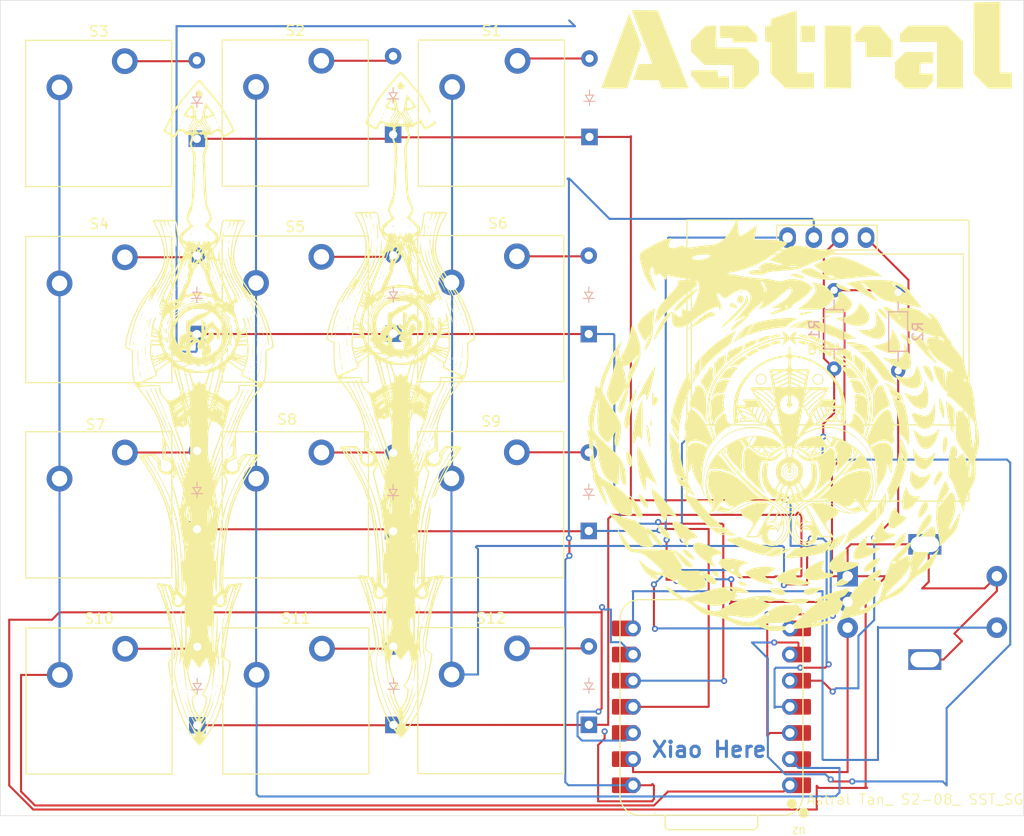
<source format=kicad_pcb>
(kicad_pcb (version 20240108) (generator "pcbnew") (generator_version "8.0")
  (layers (0 "F.Cu" signal) (31 "B.Cu" signal) (34 "B.Paste" user) (35 "F.Paste" user) (36 "B.SilkS" user "B.Silkscreen") (37 "F.SilkS" user "F.Silkscreen") (38 "B.Mask" user) (39 "F.Mask" user) (44 "Edge.Cuts" user))
  (net 0 "")
  (net 1 "Net-(D1-A)")
  (net 2 "row 1")
  (net 3 "Net-(D2-A)")
  (net 4 "Net-(D3-A)")
  (net 5 "Net-(D4-A)")
  (net 6 "row 2")
  (net 7 "Net-(D5-A)")
  (net 8 "Net-(D6-A)")
  (net 9 "row 3")
  (net 10 "Net-(D7-A)")
  (net 11 "Net-(D8-A)")
  (net 12 "Net-(D9-A)")
  (net 13 "colum 3")
  (net 14 "colum 2")
  (net 15 "colum 1")
  (net 16 "Net-(U2-GPIO1{slash}RX)")
  (net 17 "row 4")
  (net 18 "Net-(D10-A)")
  (net 19 "Net-(Brd1-SDA)")
  (net 20 "+5V")
  (net 21 "Net-(D11-A)")
  (net 22 "Net-(D12-A)")
  (net 23 "Net-(Brd1-SCL)")
  (net 24 "GND")
  (net 25 "+3.3V")
  (footprint "LOGO" (layer "F.Cu") (at 204.38 45.83)
    (property "Reference" "G***" (hide yes))
    (property "Value" "LOGO" (hide yes))
  )
  (footprint "ScottoKeebs_MX:MX_PCB_1.00u" (layer "F.Cu") (at 173.43 52.055)
    (property "Reference" "S1" (at 0 -8 0) (layer "F.SilkS"))
    (property "Value" "Keyswitch")
    (pad "" np_thru_hole circle (at -5.08 0) (size 1.75 1.75) (drill 1.75) (layers "*.Cu" "*.Mask"))
    (pad "" np_thru_hole circle (at 0 0) (size 4 4) (drill 4) (layers "*.Cu" "*.Mask"))
    (pad "" np_thru_hole circle (at 5.08 0) (size 1.75 1.75) (drill 1.75) (layers "*.Cu" "*.Mask"))
    (pad "1" thru_hole circle (at -3.81 -2.54) (size 2.5 2.5) (drill 1.5) (layers "*.Cu" "*.Mask") (net 13 "colum 3"))
    (pad "2" thru_hole circle (at 2.54 -5.08) (size 2.5 2.5) (drill 1.5) (layers "*.Cu" "*.Mask") (net 1 "Net-(D1-A)"))
  )
  (footprint "ScottoKeebs_MX:MX_PCB_1.00u" (layer "F.Cu") (at 173.37 71.05)
    (property "Reference" "S6" (at 0.69 -8.29 0) (layer "F.SilkS"))
    (property "Value" "Keyswitch")
    (pad "" np_thru_hole circle (at -5.08 0) (size 1.75 1.75) (drill 1.75) (layers "*.Cu" "*.Mask"))
    (pad "" np_thru_hole circle (at 0 0) (size 4 4) (drill 4) (layers "*.Cu" "*.Mask"))
    (pad "" np_thru_hole circle (at 5.08 0) (size 1.75 1.75) (drill 1.75) (layers "*.Cu" "*.Mask"))
    (pad "1" thru_hole circle (at -3.81 -2.54) (size 2.5 2.5) (drill 1.5) (layers "*.Cu" "*.Mask") (net 13 "colum 3"))
    (pad "2" thru_hole circle (at 2.54 -5.08) (size 2.5 2.5) (drill 1.5) (layers "*.Cu" "*.Mask") (net 8 "Net-(D6-A)"))
  )
  (footprint "ScottoKeebs_Scotto:Encoder_EC11_MX" (layer "F.Cu") (at 215.54 99.55)
    (property "Reference" "SW1" (hide yes))
    (property "Value" "RotaryEncoder_Switch_MP" (hide yes))
    (pad "A" thru_hole rect (at -7.5 -2.5) (size 2 2) (drill 1) (layers "*.Cu" "*.Mask") (net 25 "+3.3V"))
    (pad "B" thru_hole circle (at -7.5 2.5) (size 2 2) (drill 1) (layers "*.Cu" "*.Mask") (net 24 "GND"))
    (pad "C" thru_hole circle (at -7.5 0) (size 2 2) (drill 1) (layers "*.Cu" "*.Mask") (net 24 "GND"))
    (pad "MP" thru_hole rect (at 0 -5.6) (size 3.2 2) (drill oval 2.8 1.5) (layers "*.Cu" "*.Mask") (net 25 "+3.3V"))
    (pad "MP" thru_hole rect (at 0 5.6) (size 3.2 2) (drill oval 2.8 1.5) (layers "*.Cu" "*.Mask") (net 25 "+3.3V"))
    (pad "S1" thru_hole circle (at 7 2.5) (size 2 2) (drill 1) (layers "*.Cu" "*.Mask") (net 16 "Net-(U2-GPIO1{slash}RX)"))
    (pad "S2" thru_hole circle (at 7 -2.5) (size 2 2) (drill 1) (layers "*.Cu" "*.Mask") (net 25 "+3.3V"))
  )
  (footprint "ScottoKeebs_MX:MX_PCB_1.00u" (layer "F.Cu") (at 135.31 109.18)
    (property "Reference" "S10" (at 0 -8 0) (layer "F.SilkS"))
    (property "Value" "Keyswitch")
    (pad "" np_thru_hole circle (at -5.08 0) (size 1.75 1.75) (drill 1.75) (layers "*.Cu" "*.Mask"))
    (pad "" np_thru_hole circle (at 0 0) (size 4 4) (drill 4) (layers "*.Cu" "*.Mask"))
    (pad "" np_thru_hole circle (at 5.08 0) (size 1.75 1.75) (drill 1.75) (layers "*.Cu" "*.Mask"))
    (pad "1" thru_hole circle (at -3.81 -2.54) (size 2.5 2.5) (drill 1.5) (layers "*.Cu" "*.Mask") (net 15 "colum 1"))
    (pad "2" thru_hole circle (at 2.54 -5.08) (size 2.5 2.5) (drill 1.5) (layers "*.Cu" "*.Mask") (net 18 "Net-(D10-A)"))
  )
  (footprint "LOGO" (layer "F.Cu") (at 200.291672 87.438944)
    (property "Reference" "G***" (hide yes))
    (property "Value" "LOGO" (hide yes))
  )
  (footprint "ScottoKeebs_MX:MX_PCB_1.00u" (layer "F.Cu") (at 135.28 71.14)
    (property "Reference" "S4" (at 0.04 -8.33 0) (layer "F.SilkS"))
    (property "Value" "Keyswitch")
    (pad "" np_thru_hole circle (at -5.08 0) (size 1.75 1.75) (drill 1.75) (layers "*.Cu" "*.Mask"))
    (pad "" np_thru_hole circle (at 0 0) (size 4 4) (drill 4) (layers "*.Cu" "*.Mask"))
    (pad "" np_thru_hole circle (at 5.08 0) (size 1.75 1.75) (drill 1.75) (layers "*.Cu" "*.Mask"))
    (pad "1" thru_hole circle (at -3.81 -2.54) (size 2.5 2.5) (drill 1.5) (layers "*.Cu" "*.Mask") (net 15 "colum 1"))
    (pad "2" thru_hole circle (at 2.54 -5.08) (size 2.5 2.5) (drill 1.5) (layers "*.Cu" "*.Mask") (net 5 "Net-(D4-A)"))
  )
  (footprint "ScottoKeebs_MX:MX_PCB_1.00u" (layer "F.Cu") (at 173.38 109.14)
    (property "Reference" "S12" (at 0 -8 0) (layer "F.SilkS"))
    (property "Value" "Keyswitch")
    (pad "" np_thru_hole circle (at -5.08 0) (size 1.75 1.75) (drill 1.75) (layers "*.Cu" "*.Mask"))
    (pad "" np_thru_hole circle (at 0 0) (size 4 4) (drill 4) (layers "*.Cu" "*.Mask"))
    (pad "" np_thru_hole circle (at 5.08 0) (size 1.75 1.75) (drill 1.75) (layers "*.Cu" "*.Mask"))
    (pad "1" thru_hole circle (at -3.81 -2.54) (size 2.5 2.5) (drill 1.5) (layers "*.Cu" "*.Mask") (net 13 "colum 3"))
    (pad "2" thru_hole circle (at 2.54 -5.08) (size 2.5 2.5) (drill 1.5) (layers "*.Cu" "*.Mask") (net 22 "Net-(D12-A)"))
  )
  (footprint "ScottoKeebs_MX:MX_PCB_1.00u" (layer "F.Cu") (at 135.27 52.09)
    (property "Reference" "S3" (at 0.01 -7.98 0) (layer "F.SilkS"))
    (property "Value" "Keyswitch")
    (pad "" np_thru_hole circle (at -5.08 0) (size 1.75 1.75) (drill 1.75) (layers "*.Cu" "*.Mask"))
    (pad "" np_thru_hole circle (at 0 0) (size 4 4) (drill 4) (layers "*.Cu" "*.Mask"))
    (pad "" np_thru_hole circle (at 5.08 0) (size 1.75 1.75) (drill 1.75) (layers "*.Cu" "*.Mask"))
    (pad "1" thru_hole circle (at -3.81 -2.54) (size 2.5 2.5) (drill 1.5) (layers "*.Cu" "*.Mask") (net 15 "colum 1"))
    (pad "2" thru_hole circle (at 2.54 -5.08) (size 2.5 2.5) (drill 1.5) (layers "*.Cu" "*.Mask") (net 4 "Net-(D3-A)"))
  )
  (footprint "ScottoKeebs_MX:MX_PCB_1.00u" (layer "F.Cu") (at 154.37 52.05)
    (property "Reference" "S2" (at 0 -8 0) (layer "F.SilkS"))
    (property "Value" "Keyswitch")
    (pad "" np_thru_hole circle (at -5.08 0) (size 1.75 1.75) (drill 1.75) (layers "*.Cu" "*.Mask"))
    (pad "" np_thru_hole circle (at 0 0) (size 4 4) (drill 4) (layers "*.Cu" "*.Mask"))
    (pad "" np_thru_hole circle (at 5.08 0) (size 1.75 1.75) (drill 1.75) (layers "*.Cu" "*.Mask"))
    (pad "1" thru_hole circle (at -3.81 -2.54) (size 2.5 2.5) (drill 1.5) (layers "*.Cu" "*.Mask") (net 14 "colum 2"))
    (pad "2" thru_hole circle (at 2.54 -5.08) (size 2.5 2.5) (drill 1.5) (layers "*.Cu" "*.Mask") (net 3 "Net-(D2-A)"))
  )
  (footprint "ScottoKeebs_MX:MX_PCB_1.00u" (layer "F.Cu") (at 154.38 90.11)
    (property "Reference" "S8" (at -0.81 -8.28 0) (layer "F.SilkS"))
    (property "Value" "Keyswitch")
    (pad "" np_thru_hole circle (at -5.08 0) (size 1.75 1.75) (drill 1.75) (layers "*.Cu" "*.Mask"))
    (pad "" np_thru_hole circle (at 0 0) (size 4 4) (drill 4) (layers "*.Cu" "*.Mask"))
    (pad "" np_thru_hole circle (at 5.08 0) (size 1.75 1.75) (drill 1.75) (layers "*.Cu" "*.Mask"))
    (pad "1" thru_hole circle (at -3.81 -2.54) (size 2.5 2.5) (drill 1.5) (layers "*.Cu" "*.Mask") (net 14 "colum 2"))
    (pad "2" thru_hole circle (at 2.54 -5.08) (size 2.5 2.5) (drill 1.5) (layers "*.Cu" "*.Mask") (net 11 "Net-(D8-A)"))
  )
  (footprint "LOGO" (layer "F.Cu") (at 144.98 81.71 180)
    (property "Reference" "G***" (at 0 0 0) (layer "F.SilkS") (effects (font (size 1.5 1.5) (thickness 0.3))))
    (property "Value" "LOGO" (hide yes))
  )
  (footprint "ScottoKeebs_MX:MX_PCB_1.00u" (layer "F.Cu") (at 154.37 71.1)
    (property "Reference" "S5" (at 0 -8 0) (layer "F.SilkS"))
    (property "Value" "Keyswitch")
    (pad "" np_thru_hole circle (at -5.08 0) (size 1.75 1.75) (drill 1.75) (layers "*.Cu" "*.Mask"))
    (pad "" np_thru_hole circle (at 0 0) (size 4 4) (drill 4) (layers "*.Cu" "*.Mask"))
    (pad "" np_thru_hole circle (at 5.08 0) (size 1.75 1.75) (drill 1.75) (layers "*.Cu" "*.Mask"))
    (pad "1" thru_hole circle (at -3.81 -2.54) (size 2.5 2.5) (drill 1.5) (layers "*.Cu" "*.Mask") (net 14 "colum 2"))
    (pad "2" thru_hole circle (at 2.54 -5.08) (size 2.5 2.5) (drill 1.5) (layers "*.Cu" "*.Mask") (net 7 "Net-(D5-A)"))
  )
  (footprint "LOGO" (layer "F.Cu") (at 202.38 83.61)
    (property "Reference" "G***" (hide yes))
    (property "Value" "LOGO" (hide yes))
  )
  (footprint "Library 3D:XIAO-RP2040-DIP" (layer "F.Cu") (at 194.81 109.74 180)
    (property "Reference" "U2" (at -8.5 -12 180) (layer "F.SilkS") (effects (font (size 0.635 0.635) (thickness 0.1016))))
    (property "Value" "XIAO-RP2040-DIP")
    (pad "1" smd roundrect (at -8.455 -7.62) (size 2.432 1.524) (layers "F.Cu" "F.Mask") (roundrect_rratio 0.1) (net 15 "colum 1"))
    (pad "1" thru_hole circle (at -7.62 -7.62) (size 1.524 1.524) (drill 0.889) (layers "*.Cu" "*.Mask") (net 15 "colum 1"))
    (pad "2" smd roundrect (at -8.455 -5.08) (size 2.432 1.524) (layers "F.Cu" "F.Mask") (roundrect_rratio 0.1) (net 14 "colum 2"))
    (pad "2" thru_hole circle (at -7.62 -5.08) (size 1.524 1.524) (drill 0.889) (layers "*.Cu" "*.Mask") (net 14 "colum 2"))
    (pad "3" smd roundrect (at -8.455 -2.54) (size 2.432 1.524) (layers "F.Cu" "F.Mask") (roundrect_rratio 0.1) (net 13 "colum 3"))
    (pad "3" thru_hole circle (at -7.62 -2.54) (size 1.524 1.524) (drill 0.889) (layers "*.Cu" "*.Mask") (net 13 "colum 3"))
    (pad "4" smd roundrect (at -8.455 0) (size 2.432 1.524) (layers "F.Cu" "F.Mask") (roundrect_rratio 0.1) (net 2 "row 1"))
    (pad "4" thru_hole circle (at -7.62 0) (size 1.524 1.524) (drill 0.889) (layers "*.Cu" "*.Mask") (net 2 "row 1"))
    (pad "5" smd roundrect (at -8.455 2.54) (size 2.432 1.524) (layers "F.Cu" "F.Mask") (roundrect_rratio 0.1) (net 19 "Net-(Brd1-SDA)"))
    (pad "5" thru_hole circle (at -7.62 2.54) (size 1.524 1.524) (drill 0.889) (layers "*.Cu" "*.Mask") (net 19 "Net-(Brd1-SDA)"))
    (pad "6" smd roundrect (at -8.455 5.08) (size 2.432 1.524) (layers "F.Cu" "F.Mask") (roundrect_rratio 0.1) (net 23 "Net-(Brd1-SCL)"))
    (pad "6" thru_hole circle (at -7.62 5.08) (size 1.524 1.524) (drill 0.889) (layers "*.Cu" "*.Mask") (net 23 "Net-(Brd1-SCL)"))
    (pad "7" smd roundrect (at -8.455 7.62) (size 2.432 1.524) (layers "F.Cu" "F.Mask") (roundrect_rratio 0.1) (net 17 "row 4"))
    (pad "7" thru_hole circle (at -7.62 7.62) (size 1.524 1.524) (drill 0.889) (layers "*.Cu" "*.Mask") (net 17 "row 4"))
    (pad "8" thru_hole circle (at 7.62 7.62 180) (size 1.524 1.524) (drill 0.889) (layers "*.Cu" "*.Mask") (net 16 "Net-(U2-GPIO1{slash}RX)"))
    (pad "8" smd roundrect (at 8.455 7.62 180) (size 2.432 1.524) (layers "F.Cu" "F.Mask") (roundrect_rratio 0.1) (net 16 "Net-(U2-GPIO1{slash}RX)"))
    (pad "9" thru_hole circle (at 7.62 5.08 180) (size 1.524 1.524) (drill 0.889) (layers "*.Cu" "*.Mask") (net 25 "+3.3V"))
    (pad "9" smd roundrect (at 8.455 5.08 180) (size 2.432 1.524) (layers "F.Cu" "F.Mask") (roundrect_rratio 0.1) (net 25 "+3.3V"))
    (pad "10" thru_hole circle (at 7.62 2.54 180) (size 1.524 1.524) (drill 0.889) (layers "*.Cu" "*.Mask") (net 6 "row 2"))
    (pad "10" smd roundrect (at 8.455 2.54 180) (size 2.432 1.524) (layers "F.Cu" "F.Mask") (roundrect_rratio 0.1) (net 6 "row 2"))
    (pad "11" thru_hole circle (at 7.62 0 180) (size 1.524 1.524) (drill 0.889) (layers "*.Cu" "*.Mask") (net 9 "row 3"))
    (pad "11" smd roundrect (at 8.455 0 180) (size 2.432 1.524) (layers "F.Cu" "F.Mask") (roundrect_rratio 0.1) (net 9 "row 3"))
    (pad "12" thru_hole circle (at 7.62 -2.54 180) (size 1.524 1.524) (drill 0.889) (layers "*.Cu" "*.Mask") (net 25 "+3.3V"))
    (pad "12" smd roundrect (at 8.455 -2.54 180) (size 2.432 1.524) (layers "F.Cu" "F.Mask") (roundrect_rratio 0.1) (net 25 "+3.3V"))
    (pad "13" thru_hole circle (at 7.62 -5.08 180) (size 1.524 1.524) (drill 0.889) (layers "*.Cu" "*.Mask") (net 24 "GND"))
    (pad "13" smd roundrect (at 8.455 -5.08 180) (size 2.432 1.524) (layers "F.Cu" "F.Mask") (roundrect_rratio 0.1) (net 24 "GND"))
    (pad "14" thru_hole circle (at 7.62 -7.62 180) (size 1.524 1.524) (drill 0.889) (layers "*.Cu" "*.Mask") (net 20 "+5V"))
    (pad "14" smd roundrect (at 8.455 -7.62 180) (size 2.432 1.524) (layers "F.Cu" "F.Mask") (roundrect_rratio 0.1) (net 20 "+5V"))
  )
  (footprint "ScottoKeebs_MX:MX_PCB_1.00u" (layer "F.Cu") (at 135.28 90.11)
    (property "Reference" "S7" (at -0.31 -7.79 0) (layer "F.SilkS"))
    (property "Value" "Keyswitch")
    (pad "" np_thru_hole circle (at -5.08 0) (size 1.75 1.75) (drill 1.75) (layers "*.Cu" "*.Mask"))
    (pad "" np_thru_hole circle (at 0 0) (size 4 4) (drill 4) (layers "*.Cu" "*.Mask"))
    (pad "" np_thru_hole circle (at 5.08 0) (size 1.75 1.75) (drill 1.75) (layers "*.Cu" "*.Mask"))
    (pad "1" thru_hole circle (at -3.81 -2.54) (size 2.5 2.5) (drill 1.5) (layers "*.Cu" "*.Mask") (net 15 "colum 1"))
    (pad "2" thru_hole circle (at 2.54 -5.08) (size 2.5 2.5) (drill 1.5) (layers "*.Cu" "*.Mask") (net 10 "Net-(D7-A)"))
  )
  (footprint "ScottoKeebs_MX:MX_PCB_1.00u" (layer "F.Cu") (at 173.36 90.09)
    (property "Reference" "S9" (at 0.04 -8.08 0) (layer "F.SilkS"))
    (property "Value" "Keyswitch")
    (pad "" np_thru_hole circle (at -5.08 0) (size 1.75 1.75) (drill 1.75) (layers "*.Cu" "*.Mask"))
    (pad "" np_thru_hole circle (at 0 0) (size 4 4) (drill 4) (layers "*.Cu" "*.Mask"))
    (pad "" np_thru_hole circle (at 5.08 0) (size 1.75 1.75) (drill 1.75) (layers "*.Cu" "*.Mask"))
    (pad "1" thru_hole circle (at -3.81 -2.54) (size 2.5 2.5) (drill 1.5) (layers "*.Cu" "*.Mask") (net 13 "colum 3"))
    (pad "2" thru_hole circle (at 2.54 -5.08) (size 2.5 2.5) (drill 1.5) (layers "*.Cu" "*.Mask") (net 12 "Net-(D9-A)"))
  )
  (footprint "LOGO" (layer "F.Cu") (at 164.57 80.94 180)
    (property "Reference" "G***" (at 0 0 0) (layer "F.SilkS") (effects (font (size 1.5 1.5) (thickness 0.3))))
    (property "Value" "LOGO" (hide yes))
  )
  (footprint "SSD1306:128x64OLED" (layer "F.Cu") (at 205.83 74.75)
    (property "Reference" "Brd1" (at 0 0.254 0) (layer "F.SilkS"))
    (property "Value" "SSD1306")
    (pad "1" thru_hole oval (at -3.62 -10.6 90) (size 2 1.6) (drill 1) (layers "*.Cu" "*.Mask") (net 24 "GND"))
    (pad "2" thru_hole oval (at -1.08 -10.6 90) (size 2 1.6) (drill 1) (layers "*.Cu" "*.Mask") (net 20 "+5V"))
    (pad "3" thru_hole oval (at 1.46 -10.6 90) (size 2 1.6) (drill 1) (layers "*.Cu" "*.Mask") (net 23 "Net-(Brd1-SCL)"))
    (pad "4" thru_hole oval (at 4 -10.6 90) (size 2 1.6) (drill 1) (layers "*.Cu" "*.Mask") (net 19 "Net-(Brd1-SDA)"))
  )
  (footprint "ScottoKeebs_MX:MX_PCB_1.00u" (layer "F.Cu") (at 154.43 109.17)
    (property "Reference" "S11" (at 0 -8 0) (layer "F.SilkS"))
    (property "Value" "Keyswitch")
    (pad "" np_thru_hole circle (at -5.08 0) (size 1.75 1.75) (drill 1.75) (layers "*.Cu" "*.Mask"))
    (pad "" np_thru_hole circle (at 0 0) (size 4 4) (drill 4) (layers "*.Cu" "*.Mask"))
    (pad "" np_thru_hole circle (at 5.08 0) (size 1.75 1.75) (drill 1.75) (layers "*.Cu" "*.Mask"))
    (pad "1" thru_hole circle (at -3.81 -2.54) (size 2.5 2.5) (drill 1.5) (layers "*.Cu" "*.Mask") (net 14 "colum 2"))
    (pad "2" thru_hole circle (at 2.54 -5.08) (size 2.5 2.5) (drill 1.5) (layers "*.Cu" "*.Mask") (net 21 "Net-(D11-A)"))
  )
  (footprint "ScottoKeebs_Components:Diode_DO-35" (layer "B.Cu") (at 182.89 92.65 90)
    (property "Reference" "D9" (hide yes))
    (property "Value" "Diode" (hide yes))
    (pad "1" thru_hole rect (at 0 0 90) (size 1.6 1.6) (drill 0.8) (layers "*.Cu" "*.Mask") (net 9 "row 3"))
    (pad "2" thru_hole oval (at 7.62 0 90) (size 1.6 1.6) (drill 0.8) (layers "*.Cu" "*.Mask") (net 12 "Net-(D9-A)"))
  )
  (footprint "ScottoKeebs_Components:Diode_DO-35" (layer "B.Cu") (at 182.9 111.49 90)
    (property "Reference" "D12" (hide yes))
    (property "Value" "Diode" (hide yes))
    (pad "1" thru_hole rect (at 0 0 90) (size 1.6 1.6) (drill 0.8) (layers "*.Cu" "*.Mask") (net 17 "row 4"))
    (pad "2" thru_hole oval (at 7.62 0 90) (size 1.6 1.6) (drill 0.8) (layers "*.Cu" "*.Mask") (net 22 "Net-(D12-A)"))
  )
  (footprint "ScottoKeebs_Components:Diode_DO-35" (layer "B.Cu") (at 182.96 54.37 90)
    (property "Reference" "D1" (hide yes))
    (property "Value" "Diode" (hide yes))
    (pad "1" thru_hole rect (at 0 0 90) (size 1.6 1.6) (drill 0.8) (layers "*.Cu" "*.Mask") (net 2 "row 1"))
    (pad "2" thru_hole oval (at 7.62 0 90) (size 1.6 1.6) (drill 0.8) (layers "*.Cu" "*.Mask") (net 1 "Net-(D1-A)"))
  )
  (footprint "ScottoKeebs_Components:Diode_DO-35" (layer "B.Cu") (at 144.83 92.49 90)
    (property "Reference" "D7" (hide yes))
    (property "Value" "Diode" (hide yes))
    (pad "1" thru_hole rect (at 0 0 90) (size 1.6 1.6) (drill 0.8) (layers "*.Cu" "*.Mask") (net 9 "row 3"))
    (pad "2" thru_hole oval (at 7.62 0 90) (size 1.6 1.6) (drill 0.8) (layers "*.Cu" "*.Mask") (net 10 "Net-(D7-A)"))
  )
  (footprint "ScottoKeebs_Components:Diode_DO-35" (layer "B.Cu") (at 144.85 111.53 90)
    (property "Reference" "D10" (hide yes))
    (property "Value" "Diode" (hide yes))
    (pad "1" thru_hole rect (at 0 0 90) (size 1.6 1.6) (drill 0.8) (layers "*.Cu" "*.Mask") (net 17 "row 4"))
    (pad "2" thru_hole oval (at 7.62 0 90) (size 1.6 1.6) (drill 0.8) (layers "*.Cu" "*.Mask") (net 18 "Net-(D10-A)"))
  )
  (footprint "Resistor_THT:R_Axial_DIN0204_L3.6mm_D1.6mm_P7.62mm_Horizontal" (layer "B.Cu") (at 206.73 69.26 -90)
    (property "Reference" "R1" (at 3.81 1.92 90) (layer "B.SilkS") (effects (justify mirror)))
    (property "Value" "R")
    (pad "1" thru_hole circle (at 0 0 270) (size 1.4 1.4) (drill 0.7) (layers "*.Cu" "*.Mask") (net 25 "+3.3V"))
    (pad "2" thru_hole oval (at 7.62 0 270) (size 1.4 1.4) (drill 0.7) (layers "*.Cu" "*.Mask") (net 23 "Net-(Brd1-SCL)"))
  )
  (footprint "Resistor_THT:R_Axial_DIN0204_L3.6mm_D1.6mm_P7.62mm_Horizontal" (layer "B.Cu") (at 212.95 77.09 90)
    (property "Reference" "R2" (at 3.81 1.92 90) (layer "B.SilkS") (effects (justify mirror)))
    (property "Value" "R")
    (pad "1" thru_hole circle (at 0 0 90) (size 1.4 1.4) (drill 0.7) (layers "*.Cu" "*.Mask") (net 19 "Net-(Brd1-SDA)"))
    (pad "2" thru_hole oval (at 7.62 0 90) (size 1.4 1.4) (drill 0.7) (layers "*.Cu" "*.Mask") (net 25 "+3.3V"))
  )
  (footprint "ScottoKeebs_Components:Diode_DO-35" (layer "B.Cu") (at 163.91 111.5 90)
    (property "Reference" "D11" (hide yes))
    (property "Value" "Diode" (hide yes))
    (pad "1" thru_hole rect (at 0 0 90) (size 1.6 1.6) (drill 0.8) (layers "*.Cu" "*.Mask") (net 17 "row 4"))
    (pad "2" thru_hole oval (at 7.62 0 90) (size 1.6 1.6) (drill 0.8) (layers "*.Cu" "*.Mask") (net 21 "Net-(D11-A)"))
  )
  (footprint "ScottoKeebs_Components:Diode_DO-35" (layer "B.Cu") (at 163.88 54.14 90)
    (property "Reference" "D2" (hide yes))
    (property "Value" "Diode" (hide yes))
    (pad "1" thru_hole rect (at 0 0 90) (size 1.6 1.6) (drill 0.8) (layers "*.Cu" "*.Mask") (net 2 "row 1"))
    (pad "2" thru_hole oval (at 7.62 0 90) (size 1.6 1.6) (drill 0.8) (layers "*.Cu" "*.Mask") (net 3 "Net-(D2-A)"))
  )
  (footprint "ScottoKeebs_Components:Diode_DO-35" (layer "B.Cu") (at 163.9 73.49 90)
    (property "Reference" "D5" (hide yes))
    (property "Value" "Diode" (hide yes))
    (pad "1" thru_hole rect (at 0 0 90) (size 1.6 1.6) (drill 0.8) (layers "*.Cu" "*.Mask") (net 6 "row 2"))
    (pad "2" thru_hole oval (at 7.62 0 90) (size 1.6 1.6) (drill 0.8) (layers "*.Cu" "*.Mask") (net 7 "Net-(D5-A)"))
  )
  (footprint "ScottoKeebs_Components:Diode_DO-35" (layer "B.Cu") (at 144.81 54.55 90)
    (property "Reference" "D3" (hide yes))
    (property "Value" "Diode" (hide yes))
    (pad "1" thru_hole rect (at 0 0 90) (size 1.6 1.6) (drill 0.8) (layers "*.Cu" "*.Mask") (net 2 "row 1"))
    (pad "2" thru_hole oval (at 7.62 0 90) (size 1.6 1.6) (drill 0.8) (layers "*.Cu" "*.Mask") (net 4 "Net-(D3-A)"))
  )
  (footprint "ScottoKeebs_Components:Diode_DO-35" (layer "B.Cu") (at 163.88 92.68 90)
    (property "Reference" "D8" (hide yes))
    (property "Value" "Diode" (hide yes))
    (pad "1" thru_hole rect (at 0 0 90) (size 1.6 1.6) (drill 0.8) (layers "*.Cu" "*.Mask") (net 9 "row 3"))
    (pad "2" thru_hole oval (at 7.62 0 90) (size 1.6 1.6) (drill 0.8) (layers "*.Cu" "*.Mask") (net 11 "Net-(D8-A)"))
  )
  (footprint "ScottoKeebs_Components:Diode_DO-35" (layer "B.Cu") (at 182.89 73.52 90)
    (property "Reference" "D6" (hide yes))
    (property "Value" "Diode" (hide yes))
    (pad "1" thru_hole rect (at 0 0 90) (size 1.6 1.6) (drill 0.8) (layers "*.Cu" "*.Mask") (net 6 "row 2"))
    (pad "2" thru_hole oval (at 7.62 0 90) (size 1.6 1.6) (drill 0.8) (layers "*.Cu" "*.Mask") (net 8 "Net-(D6-A)"))
  )
  (footprint "ScottoKeebs_Components:Diode_DO-35" (layer "B.Cu") (at 144.81 73.52 90)
    (property "Reference" "D4" (hide yes))
    (property "Value" "Diode" (hide yes))
    (pad "1" thru_hole rect (at 0 0 90) (size 1.6 1.6) (drill 0.8) (layers "*.Cu" "*.Mask") (net 6 "row 2"))
    (pad "2" thru_hole oval (at 7.62 0 90) (size 1.6 1.6) (drill 0.8) (layers "*.Cu" "*.Mask") (net 5 "Net-(D4-A)"))
  )
  (gr_rect (start 125.71 41.09) (end 225.13 120.31) (stroke (width 0.05)) (fill none) (layer "Edge.Cuts"))
  (gr_text "Xiao Here" (at 188.85 114.77 0) (layer "B.Cu") (effects (font (size 1.5 1.5) (thickness 0.3) (bold yes)) (justify left bottom)))
  (gr_text "Astral Tan_ S2-08_ SST_SG" (at 203.99 119.33 0) (layer "F.SilkS") (effects (font (size 1 1) (thickness 0.1)) (justify left bottom)))
  (via (at 192.03 93.49) (size 0.6) (drill 0.3) (layers "F.Cu" "B.Cu") (net 0))
  (segment (start 191.94 84.18) (end 193.23 82.89) (width 0.2) (layer "B.Cu") (net 0))
  (segment (start 192.03 93.49) (end 191.94 93.4) (width 0.2) (layer "B.Cu") (net 0))
  (segment (start 191.94 93.4) (end 191.94 84.18) (width 0.2) (layer "B.Cu") (net 0))
  (segment (start 176.195 46.75) (end 175.97 46.975) (width 0.2) (layer "F.Cu") (net 1))
  (segment (start 182.96 46.75) (end 176.195 46.75) (width 0.2) (layer "F.Cu") (net 1))
  (segment (start 186.92 54.37) (end 186.98 54.31) (width 0.2) (layer "F.Cu") (net 2))
  (segment (start 186.74 89.67) (end 202.23 89.67) (width 0.2) (layer "F.Cu") (net 2))
  (segment (start 205.872 105.938) (end 203.44 105.938) (width 0.2) (layer "F.Cu") (net 2))
  (segment (start 202.23 89.67) (end 202.18 89.62) (width 0.2) (layer "F.Cu") (net 2))
  (segment (start 182.96 54.37) (end 186.92 54.37) (width 0.2) (layer "F.Cu") (net 2))
  (segment (start 182.925 54.405) (end 182.96 54.37) (width 0.2) (layer "F.Cu") (net 2))
  (segment (start 163.88 54.14) (end 164.145 54.405) (width 0.2) (layer "F.Cu") (net 2))
  (segment (start 163.47 54.55) (end 163.88 54.14) (width 0.2) (layer "F.Cu") (net 2))
  (segment (start 206.2 105.61) (end 205.872 105.938) (width 0.2) (layer "F.Cu") (net 2))
  (segment (start 144.81 54.55) (end 163.47 54.55) (width 0.2) (layer "F.Cu") (net 2))
  (segment (start 186.98 54.31) (end 186.98 89.43) (width 0.2) (layer "F.Cu") (net 2))
  (segment (start 186.98 89.43) (end 186.74 89.67) (width 0.2) (layer "F.Cu") (net 2))
  (segment (start 164.145 54.405) (end 182.925 54.405) (width 0.2) (layer "F.Cu") (net 2))
  (via (at 203.44 105.938) (size 0.6) (drill 0.3) (layers "F.Cu" "B.Cu") (net 2))
  (via (at 202.18 89.62) (size 0.6) (drill 0.3) (layers "F.Cu" "B.Cu") (net 2))
  (via (at 206.2 105.61) (size 0.6) (drill 0.3) (layers "F.Cu" "B.Cu") (net 2))
  (segment (start 200.94 106.07) (end 200.94 109.84) (width 0.2) (layer "B.Cu") (net 2))
  (segment (start 206 94.31) (end 206 102.65) (width 0.2) (layer "B.Cu") (net 2))
  (segment (start 200.94 109.84) (end 201.04 109.74) (width 0.2) (layer "B.Cu") (net 2))
  (segment (start 205.79 94.1) (end 206 94.31) (width 0.2) (layer "B.Cu") (net 2))
  (segment (start 203.44 105.938) (end 201.072 105.938) (width 0.2) (layer "B.Cu") (net 2))
  (segment (start 206 102.65) (end 206 105.41) (width 0.2) (layer "B.Cu") (net 2))
  (segment (start 201.04 109.74) (end 202.43 109.74) (width 0.2) (layer "B.Cu") (net 2))
  (segment (start 202.5 94.1) (end 205.79 94.1) (width 0.2) (layer "B.Cu") (net 2))
  (segment (start 206 105.41) (end 206.2 105.61) (width 0.2) (layer "B.Cu") (net 2))
  (segment (start 202.18 89.62) (end 202.5 89.94) (width 0.2) (layer "B.Cu") (net 2))
  (segment (start 201.072 105.938) (end 200.94 106.07) (width 0.2) (layer "B.Cu") (net 2))
  (segment (start 202.5 89.94) (end 202.5 94.1) (width 0.2) (layer "B.Cu") (net 2))
  (segment (start 163.43 46.97) (end 163.88 46.52) (width 0.2) (layer "F.Cu") (net 3))
  (segment (start 156.91 46.97) (end 163.43 46.97) (width 0.2) (layer "F.Cu") (net 3))
  (segment (start 137.81 47.01) (end 144.73 47.01) (width 0.2) (layer "F.Cu") (net 4))
  (segment (start 144.73 47.01) (end 144.81 46.93) (width 0.2) (layer "F.Cu") (net 4))
  (segment (start 144.65 66.06) (end 144.81 65.9) (width 0.2) (layer "F.Cu") (net 5))
  (segment (start 137.82 66.06) (end 144.65 66.06) (width 0.2) (layer "F.Cu") (net 5))
  (segment (start 195.96 92.05) (end 195.96 100.6) (width 0.2) (layer "F.Cu") (net 6))
  (segment (start 195.96 107.15) (end 196.04 107.23) (width 0.2) (layer "F.Cu") (net 6))
  (segment (start 182.86 73.49) (end 182.89 73.52) (width 0.2) (layer "F.Cu") (net 6))
  (segment (start 189.634074 91.791629) (end 189.792445 91.95) (width 0.2) (layer "F.Cu") (net 6))
  (segment (start 189.792445 91.95) (end 195.86 91.95) (width 0.2) (layer "F.Cu") (net 6))
  (segment (start 195.86 91.95) (end 195.96 92.05) (width 0.2) (layer "F.Cu") (net 6))
  (segment (start 195.96 100.6) (end 195.96 107.15) (width 0.2) (layer "F.Cu") (net 6))
  (segment (start 163.87 73.52) (end 163.9 73.49) (width 0.2) (layer "F.Cu") (net 6))
  (segment (start 144.81 73.52) (end 182.89 73.52) (width 0.2) (layer "F.Cu") (net 6))
  (via (at 189.634074 91.791629) (size 0.6) (drill 0.3) (layers "F.Cu" "B.Cu") (net 6))
  (via (at 196.04 107.23) (size 0.6) (drill 0.3) (layers "F.Cu" "B.Cu") (net 6))
  (segment (start 186.03 91.95) (end 189.475703 91.95) (width 0.2) (layer "B.Cu") (net 6))
  (segment (start 144.78 75.17) (end 144.71 75.24) (width 0.2) (layer "B.Cu") (net 6))
  (segment (start 142.84 75.2) (end 142.84 43.61) (width 0.2) (layer "B.Cu") (net 6))
  (segment (start 196.01 107.2) (end 187.19 107.2) (width 0.2) (layer "B.Cu") (net 6))
  (segment (start 185.28 73.52) (end 185.37 73.61) (width 0.2) (layer "B.Cu") (net 6))
  (segment (start 144.81 73.52) (end 144.81 74.99) (width 0.2) (layer "B.Cu") (net 6))
  (segment (start 189.475703 91.95) (end 189.634074 91.791629) (width 0.2) (layer "B.Cu") (net 6))
  (segment (start 142.8 75.24) (end 142.84 75.2) (width 0.2) (layer "B.Cu") (net 6))
  (segment (start 142.84 43.61) (end 181.55 43.61) (width 0.2) (layer "B.Cu") (net 6))
  (segment (start 144.71 75.24) (end 142.8 75.24) (width 0.2) (layer "B.Cu") (net 6))
  (segment (start 181.55 43.61) (end 180.9915 43.0515) (width 0.2) (layer "B.Cu") (net 6))
  (segment (start 185.93 91.85) (end 186.03 91.95) (width 0.2) (layer "B.Cu") (net 6))
  (segment (start 185.37 73.61) (end 185.37 89.59) (width 0.2) (layer "B.Cu") (net 6))
  (segment (start 185.42 89.64) (end 185.93 89.64) (width 0.2) (layer "B.Cu") (net 6))
  (segment (start 144.78 75.02) (end 144.78 75.17) (width 0.2) (layer "B.Cu") (net 6))
  (segment (start 182.89 73.52) (end 185.28 73.52) (width 0.2) (layer "B.Cu") (net 6))
  (segment (start 185.93 89.64) (end 185.93 91.85) (width 0.2) (layer "B.Cu") (net 6))
  (segment (start 196.04 107.23) (end 196.01 107.2) (width 0.2) (layer "B.Cu") (net 6))
  (segment (start 144.81 74.99) (end 144.78 75.02) (width 0.2) (layer "B.Cu") (net 6))
  (segment (start 185.37 89.59) (end 185.42 89.64) (width 0.2) (layer "B.Cu") (net 6))
  (segment (start 156.91 66.02) (end 163.75 66.02) (width 0.2) (layer "F.Cu") (net 7))
  (segment (start 163.75 66.02) (end 163.9 65.87) (width 0.2) (layer "F.Cu") (net 7))
  (segment (start 182.82 65.97) (end 182.89 65.9) (width 0.2) (layer "F.Cu") (net 8))
  (segment (start 175.91 65.97) (end 182.82 65.97) (width 0.2) (layer "F.Cu") (net 8))
  (segment (start 163.88 92.68) (end 182.86 92.68) (width 0.2) (layer "F.Cu") (net 9))
  (segment (start 194.49 109.74) (end 187.19 109.74) (width 0.2) (layer "F.Cu") (net 9))
  (segment (start 194.54 92.46) (end 194.54 109.69) (width 0.2) (layer "F.Cu") (net 9))
  (segment (start 189.89 92.46) (end 194.54 92.46) (width 0.2) (layer "F.Cu") (net 9))
  (segment (start 144.83 92.49) (end 163.69 92.49) (width 0.2) (layer "F.Cu") (net 9))
  (segment (start 194.54 109.69) (end 194.49 109.74) (width 0.2) (layer "F.Cu") (net 9))
  (segment (start 182.86 92.68) (end 182.89 92.65) (width 0.2) (layer "F.Cu") (net 9))
  (segment (start 189.77 92.58) (end 189.89 92.46) (width 0.2) (layer "F.Cu") (net 9))
  (segment (start 163.69 92.49) (end 163.88 92.68) (width 0.2) (layer "F.Cu") (net 9))
  (segment (start 182.73 92.49) (end 182.89 92.65) (width 0.2) (layer "F.Cu") (net 9))
  (via (at 189.77 92.58) (size 0.6) (drill 0.3) (layers "F.Cu" "B.Cu") (net 9))
  (segment (start 189.7 92.65) (end 189.77 92.58) (width 0.2) (layer "B.Cu") (net 9))
  (segment (start 182.89 92.65) (end 189.7 92.65) (width 0.2) (layer "B.Cu") (net 9))
  (segment (start 144.67 85.03) (end 144.83 84.87) (width 0.2) (layer "F.Cu") (net 10))
  (segment (start 137.82 85.03) (end 144.67 85.03) (width 0.2) (layer "F.Cu") (net 10))
  (segment (start 156.92 85.03) (end 163.85 85.03) (width 0.2) (layer "F.Cu") (net 11))
  (segment (start 163.85 85.03) (end 163.88 85.06) (width 0.2) (layer "F.Cu") (net 11))
  (segment (start 182.87 85.01) (end 182.89 85.03) (width 0.2) (layer "F.Cu") (net 12))
  (segment (start 175.9 85.01) (end 182.87 85.01) (width 0.2) (layer "F.Cu") (net 12))
  (segment (start 204.47 93.4) (end 204.11 93.76) (width 0.2) (layer "F.Cu") (net 13))
  (segment (start 200.5 112.28) (end 200.23 112.55) (width 0.2) (layer "F.Cu") (net 13))
  (segment (start 204.11 95.325685) (end 204.1 95.335685) (width 0.2) (layer "F.Cu") (net 13))
  (segment (start 201.92 97.84) (end 201.85 97.91) (width 0.2) (layer "F.Cu") (net 13))
  (segment (start 204.1 95.335685) (end 204.1 97.84) (width 0.2) (layer "F.Cu") (net 13))
  (segment (start 206.45 100.75) (end 206.6 100.9) (width 0.2) (layer "F.Cu") (net 13))
  (segment (start 200.23 112.55) (end 200.23 100.78) (width 0.2) (layer "F.Cu") (net 13))
  (segment (start 200.26 100.75) (end 206.45 100.75) (width 0.2) (layer "F.Cu") (net 13))
  (segment (start 204.1 97.84) (end 201.92 97.84) (width 0.2) (layer "F.Cu") (net 13))
  (segment (start 200.23 100.78) (end 200.26 100.75) (width 0.2) (layer "F.Cu") (net 13))
  (segment (start 204.11 93.76) (end 204.11 95.325685) (width 0.2) (layer "F.Cu") (net 13))
  (segment (start 202.43 112.28) (end 200.5 112.28) (width 0.2) (layer "F.Cu") (net 13))
  (via (at 204.47 93.4) (size 0.6) (drill 0.3) (layers "F.Cu" "B.Cu") (net 13))
  (via (at 206.6 100.9) (size 0.6) (drill 0.3) (layers "F.Cu" "B.Cu") (net 13))
  (via (at 200.26 100.75) (size 0.6) (drill 0.3) (layers "F.Cu" "B.Cu") (net 13))
  (via (at 201.85 97.91) (size 0.6) (drill 0.3) (layers "F.Cu" "B.Cu") (net 13))
  (segment (start 205.655686 93.4) (end 205.14 93.4) (width 0.2) (layer "B.Cu") (net 13))
  (segment (start 172.02 94.11) (end 201.71 94.11) (width 0.2) (layer "B.Cu") (net 13))
  (segment (start 206.6 100.9) (end 206.4 100.7) (width 0.2) (layer "B.Cu") (net 13))
  (segment (start 169.56 68.31) (end 169.57 68.3) (width 0.2) (layer "B.Cu") (net 13))
  (segment (start 204.5 93.43) (end 204.47 93.4) (width 0.2) (layer "B.Cu") (net 13))
  (segment (start 205.14 93.4) (end 205.14 93.43) (width 0.2) (layer "B.Cu") (net 13))
  (segment (start 172.13 94.42) (end 171.92 94.21) (width 0.2) (layer "B.Cu") (net 13))
  (segment (start 169.61 87.49) (end 169.55 87.55) (width 0.2) (layer "B.Cu") (net 13))
  (segment (start 169.55 68.52) (end 169.56 68.51) (width 0.2) (layer "B.Cu") (net 13))
  (segment (start 201.86 94.46) (end 201.86 97.9) (width 0.2) (layer "B.Cu") (net 13))
  (segment (start 169.57 106.6) (end 172.13 106.6) (width 0.2) (layer "B.Cu") (net 13))
  (segment (start 206.4 100.7) (end 206.4 98.03) (width 0.2) (layer "B.Cu") (net 13))
  (segment (start 201.71 94.11) (end 201.86 94.26) (width 0.2) (layer "B.Cu") (net 13))
  (segment (start 169.55 106.58) (end 169.57 106.6) (width 0.2) (layer "B.Cu") (net 13))
  (segment (start 205.14 93.43) (end 204.5 93.43) (width 0.2) (layer "B.Cu") (net 13))
  (segment (start 169.56 68.51) (end 169.56 68.31) (width 0.2) (layer "B.Cu") (net 13))
  (segment (start 201.86 94.26) (end 201.86 94.46) (width 0.2) (layer "B.Cu") (net 13))
  (segment (start 206.4 98.03) (end 206.4 94.144314) (width 0.2) (layer "B.Cu") (net 13))
  (segment (start 201.86 97.9) (end 201.85 97.91) (width 0.2) (layer "B.Cu") (net 13))
  (segment (start 171.92 94.21) (end 172.02 94.11) (width 0.2) (layer "B.Cu") (net 13))
  (segment (start 169.61 49.5) (end 169.61 87.49) (width 0.2) (layer "B.Cu") (net 13))
  (segment (start 172.13 106.6) (end 172.13 94.42) (width 0.2) (layer "B.Cu") (net 13))
  (segment (start 169.55 87.55) (end 169.55 106.58) (width 0.2) (layer "B.Cu") (net 13))
  (segment (start 206.4 94.144314) (end 205.655686 93.4) (width 0.2) (layer "B.Cu") (net 13))
  (segment (start 150.56 49.51) (end 149.9263 48.8763) (width 0.2) (layer "F.Cu") (net 14))
  (segment (start 203.72 115.68) (end 203.71 115.67) (width 0.2) (layer "B.Cu") (net 14))
  (segment (start 150.56 87.56) (end 150.56 49.51) (width 0.2) (layer "B.Cu") (net 14))
  (segment (start 207.25 118.06) (end 207.25 115.68) (width 0.2) (layer "B.Cu") (net 14))
  (segment (start 150.62 118.23) (end 150.84 118.45) (width 0.2) (layer "B.Cu") (net 14))
  (segment (start 150.84 118.45) (end 206.86 118.45) (width 0.2) (layer "B.Cu") (net 14))
  (segment (start 150.57 87.57) (end 150.56 87.56) (width 0.2) (layer "B.Cu") (net 14))
  (segment (start 207.25 115.68) (end 203.72 115.68) (width 0.2) (layer "B.Cu") (net 14))
  (segment (start 150.56 74.102412) (end 150.56 68.56) (width 0.2) (layer "B.Cu") (net 14))
  (segment (start 150.57 106.58) (end 150.62 106.63) (width 0.2) (layer "B.Cu") (net 14))
  (segment (start 150.57 87.57) (end 150.57 106.58) (width 0.2) (layer "B.Cu") (net 14))
  (segment (start 206.86 118.45) (end 207.25 118.06) (width 0.2) (layer "B.Cu") (net 14))
  (segment (start 150.62 106.63) (end 150.62 118.23) (width 0.2) (layer "B.Cu") (net 14))
  (segment (start 203.71 115.67) (end 203.28 115.67) (width 0.2) (layer "B.Cu") (net 14))
  (segment (start 203.28 115.67) (end 202.43 114.82) (width 0.2) (layer "B.Cu") (net 14))
  (segment (start 190.585685 117.97) (end 201.82 117.97) (width 0.2) (layer "F.Cu") (net 15))
  (segment (start 131.5 106.64) (end 127.73 106.64) (width 0.2) (layer "F.Cu") (net 15))
  (segment (start 127.73 117.97) (end 129.08 119.32) (width 0.2) (layer "F.Cu") (net 15))
  (segment (start 129.08 119.32) (end 189.235685 119.32) (width 0.2) (layer "F.Cu") (net 15))
  (segment (start 201.82 117.97) (end 202.43 117.36) (width 0.2) (layer "F.Cu") (net 15))
  (segment (start 127.73 106.64) (end 127.73 117.97) (width 0.2) (layer "F.Cu") (net 15))
  (segment (start 189.235685 119.32) (end 190.585685 117.97) (width 0.2) (layer "F.Cu") (net 15))
  (segment (start 131.47 68.6) (end 131.47 87.57) (width 0.2) (layer "B.Cu") (net 15))
  (segment (start 131.47 106.61) (end 131.5 106.64) (width 0.2) (layer "B.Cu") (net 15))
  (segment (start 131.47 87.57) (end 131.47 106.61) (width 0.2) (layer "B.Cu") (net 15))
  (segment (start 131.46 49.55) (end 131.38 49.47) (width 0.2) (layer "B.Cu") (net 15))
  (segment (start 131.46 87.56) (end 131.47 87.57) (width 0.2) (layer "B.Cu") (net 15))
  (segment (start 131.46 49.55) (end 131.46 87.56) (width 0.2) (layer "B.Cu") (net 15))
  (segment (start 187.16 98.51) (end 187.19 98.54) (width 0.2) (layer "B.Cu") (net 16))
  (segment (start 205.67 114.9) (end 205.6 114.83) (width 0.2) (layer "B.Cu") (net 16))
  (segment (start 210.99 101.98) (end 210.99 114.9) (width 0.2) (layer "B.Cu") (net 16))
  (segment (start 205.6 114.83) (end 205.6 98.51) (width 0.2) (layer "B.Cu") (net 16))
  (segment (start 222.54 102.05) (end 211.06 102.05) (width 0.2) (layer "B.Cu") (net 16))
  (segment (start 205.6 98.51) (end 187.16 98.51) (width 0.2) (layer "B.Cu") (net 16))
  (segment (start 211.06 102.05) (end 210.99 101.98) (width 0.2) (layer "B.Cu") (net 16))
  (segment (start 187.19 98.54) (end 187.19 102.12) (width 0.2) (layer "B.Cu") (net 16))
  (segment (start 210.99 114.9) (end 205.67 114.9) (width 0.2) (layer "B.Cu") (net 16))
  (segment (start 163.91 111.5) (end 182.89 111.5) (width 0.2) (layer "F.Cu") (net 17))
  (segment (start 185.17 91.09) (end 203 91.09) (width 0.2) (layer "F.Cu") (net 17))
  (segment (start 144.85 111.53) (end 163.88 111.53) (width 0.2) (layer "F.Cu") (net 17))
  (segment (start 201.01 97.07) (end 200.94 97.14) (width 0.2) (layer "F.Cu") (net 17))
  (segment (start 184.78 91.48) (end 185.17 91.09) (width 0.2) (layer "F.Cu") (net 17))
  (segment (start 189.22 102.06) (end 189.32 102.16) (width 0.2) (layer "F.Cu") (net 17))
  (segment (start 184.78 111.49) (end 184.78 91.48) (width 0.2) (layer "F.Cu") (net 17))
  (segment (start 189.22 97.85) (end 189.22 102.06) (width 0.2) (layer "F.Cu") (net 17))
  (segment (start 163.88 111.53) (end 163.91 111.5) (width 0.2) (layer "F.Cu") (net 17))
  (segment (start 200.94 97.14) (end 197.53 97.14) (width 0.2) (layer "F.Cu") (net 17))
  (segment (start 203.55 96.99) (end 203.47 97.07) (width 0.2) (layer "F.Cu") (net 17))
  (segment (start 203.55 91.2) (end 203.55 96.99) (width 0.2) (layer "F.Cu") (net 17))
  (segment (start 203.22 90.87) (end 203.55 91.2) (width 0.2) (layer "F.Cu") (net 17))
  (segment (start 203.47 97.07) (end 201.01 97.07) (width 0.2) (layer "F.Cu") (net 17))
  (segment (start 182.9 111.49) (end 184.78 111.49) (width 0.2) (layer "F.Cu") (net 17))
  (segment (start 203 91.09) (end 203.22 90.87) (width 0.2) (layer "F.Cu") (net 17))
  (segment (start 182.89 111.5) (end 182.9 111.49) (width 0.2) (layer "F.Cu") (net 17))
  (segment (start 197.53 97.14) (end 196.84 96.45) (width 0.2) (layer "F.Cu") (net 17))
  (via (at 189.32 102.16) (size 0.6) (drill 0.3) (layers "F.Cu" "B.Cu") (net 17))
  (via (at 196.84 96.45) (size 0.6) (drill 0.3) (layers "F.Cu" "B.Cu") (net 17))
  (via (at 189.22 97.85) (size 0.6) (drill 0.3) (layers "F.Cu" "B.Cu") (net 17))
  (segment (start 196.84 96.45) (end 190.62 96.45) (width 0.2) (layer "B.Cu") (net 17))
  (segment (start 190.62 96.45) (end 189.22 97.85) (width 0.2) (layer "B.Cu") (net 17))
  (segment (start 189.32 102.16) (end 189.36 102.12) (width 0.2) (layer "B.Cu") (net 17))
  (segment (start 189.36 102.12) (end 202.43 102.12) (width 0.2) (layer "B.Cu") (net 17))
  (segment (start 144.66 104.1) (end 144.85 103.91) (width 0.2) (layer "F.Cu") (net 18))
  (segment (start 137.85 104.1) (end 144.66 104.1) (width 0.2) (layer "F.Cu") (net 18))
  (segment (start 213.95 68.27) (end 213.95 76.09) (width 0.2) (layer "F.Cu") (net 19))
  (segment (start 212.95 91.02) (end 210.62 93.35) (width 0.2) (layer "F.Cu") (net 19))
  (segment (start 213.95 76.09) (end 212.95 77.09) (width 0.2) (layer "F.Cu") (net 19))
  (segment (start 206.59 108.26) (end 205.53 107.2) (width 0.2) (layer "F.Cu") (net 19))
  (segment (start 209.83 64.15) (end 213.95 68.27) (width 0.2) (layer "F.Cu") (net 19))
  (segment (start 212.95 77.09) (end 212.95 91.02) (width 0.2) (layer "F.Cu") (net 19))
  (segment (start 205.53 107.2) (end 203.265 107.2) (width 0.2) (layer "F.Cu") (net 19))
  (via (at 210.62 93.35) (size 0.6) (drill 0.3) (layers "F.Cu" "B.Cu") (net 19))
  (via (at 206.59 108.26) (size 0.6) (drill 0.3) (layers "F.Cu" "B.Cu") (net 19))
  (segment (start 210.62 101.308478) (end 209.09 102.838478) (width 0.2) (layer "B.Cu") (net 19))
  (segment (start 209.09 107.94) (end 206.91 107.94) (width 0.2) (layer "B.Cu") (net 19))
  (segment (start 209.09 102.838478) (end 209.09 107.94) (width 0.2) (layer "B.Cu") (net 19))
  (segment (start 206.91 107.94) (end 206.59 108.26) (width 0.2) (layer "B.Cu") (net 19))
  (segment (start 210.62 93.35) (end 210.62 101.308478) (width 0.2) (layer "B.Cu") (net 19))
  (segment (start 189.07 118.92) (end 183.8 118.92) (width 0.2) (layer "F.Cu") (net 20))
  (segment (start 189.22 117.39) (end 189.22 118.71) (width 0.2) (layer "F.Cu") (net 20))
  (segment (start 181.01 95.06) (end 181.01 93.41) (width 0.2) (layer "F.Cu") (net 20))
  (segment (start 189.22 118.71) (end 189.07 118.86) (width 0.2) (layer "F.Cu") (net 20))
  (segment (start 183.8 118.92) (end 183.8 113.45) (width 0.2) (layer "F.Cu") (net 20))
  (segment (start 183.8 113.45) (end 184.43 112.82) (width 0.2) (layer "F.Cu") (net 20))
  (segment (start 181.01 93.41) (end 180.96 93.36) (width 0.2) (layer "F.Cu") (net 20))
  (segment (start 189.07 117.24) (end 189.22 117.39) (width 0.2) (layer "F.Cu") (net 20))
  (segment (start 188.95 117.36) (end 189.07 117.24) (width 0.2) (layer "F.Cu") (net 20))
  (segment (start 189.07 118.86) (end 189.07 118.92) (width 0.2) (layer "F.Cu") (net 20))
  (segment (start 184.43 112.82) (end 184.43 112.13) (width 0.2) (layer "F.Cu") (net 20))
  (segment (start 187.19 117.36) (end 188.95 117.36) (width 0.2) (layer "F.Cu") (net 20))
  (via (at 180.96 93.36) (size 0.6) (drill 0.3) (layers "F.Cu" "B.Cu") (net 20))
  (via (at 181.01 95.06) (size 0.6) (drill 0.3) (layers "F.Cu" "B.Cu") (net 20))
  (via (at 184.43 112.13) (size 0.6) (drill 0.3) (layers "F.Cu" "B.Cu") (net 20))
  (segment (start 180.91 117.36) (end 180.61 117.06) (width 0.2) (layer "B.Cu") (net 20))
  (segment (start 181.01 58.43) (end 184.91 62.33) (width 0.2) (layer "B.Cu") (net 20))
  (segment (start 180.61 117.06) (end 180.61 95.46) (width 0.2) (layer "B.Cu") (net 20))
  (segment (start 180.96 93.36) (end 180.96 58.55) (width 0.2) (layer "B.Cu") (net 20))
  (segment (start 204.75 62.5) (end 204.75 64.15) (width 0.2) (layer "B.Cu") (net 20))
  (segment (start 180.96 58.55) (end 180.84 58.43) (width 0.2) (layer "B.Cu") (net 20))
  (segment (start 180.84 58.43) (end 181.01 58.43) (width 0.2) (layer "B.Cu") (net 20))
  (segment (start 204.58 62.33) (end 204.75 62.5) (width 0.2) (layer "B.Cu") (net 20))
  (segment (start 187.19 117.36) (end 180.91 117.36) (width 0.2) (layer "B.Cu") (net 20))
  (segment (start 184.91 62.33) (end 204.58 62.33) (width 0.2) (layer "B.Cu") (net 20))
  (segment (start 180.61 95.46) (end 181.01 95.06) (width 0.2) (layer "B.Cu") (net 20))
  (segment (start 163.7 104.09) (end 163.91 103.88) (width 0.2) (layer "F.Cu") (net 21))
  (segment (start 156.97 104.09) (end 163.7 104.09) (width 0.2) (layer "F.Cu") (net 21))
  (segment (start 175.92 104.06) (end 182.71 104.06) (width 0.2) (layer "F.Cu") (net 22))
  (segment (start 182.71 104.06) (end 182.9 103.87) (width 0.2) (layer "F.Cu") (net 22))
  (segment (start 206.73 81.2) (end 206.73 76.88) (width 0.2) (layer "F.Cu") (net 23))
  (segment (start 205.73 75.88) (end 206.73 76.88) (width 0.2) (layer "F.Cu") (net 23))
  (segment (start 205.67 82.26) (end 206.73 81.2) (width 0.2) (layer "F.Cu") (net 23))
  (segment (start 205.73 65.71) (end 205.73 75.88) (width 0.2) (layer "F.Cu") (net 23))
  (segment (start 205.67 83.49) (end 205.67 82.26) (width 0.2) (layer "F.Cu") (net 23))
  (segment (start 207.29 64.15) (end 205.73 65.71) (width 0.2) (layer "F.Cu") (net 23))
  (segment (start 206.58 116.99) (end 208.49 116.99) (width 0.2) (layer "F.Cu") (net 23))
  (segment (start 203.265 103.545) (end 203.22 103.5) (width 0.2) (layer "F.Cu") (net 23))
  (segment (start 203.21 103.49) (end 200.91 103.49) (width 0.2) (layer "F.Cu") (net 23))
  (segment (start 206.39 116.8) (end 206.58 116.99) (width 0.2) (layer "F.Cu") (net 23))
  (segment (start 203.22 103.5) (end 203.21 103.49) (width 0.2) (layer "F.Cu") (net 23))
  (segment (start 203.265 104.66) (end 203.265 103.545) (width 0.2) (layer "F.Cu") (net 23))
  (via (at 206.39 116.8) (size 0.6) (drill 0.3) (layers "F.Cu" "B.Cu") (net 23))
  (via (at 208.49 116.99) (size 0.6) (drill 0.3) (layers "F.Cu" "B.Cu") (net 23))
  (via (at 205.67 83.49) (size 0.6) (drill 0.3) (layers "F.Cu" "B.Cu") (net 23))
  (via (at 200.91 103.49) (size 0.6) (drill 0.3) (layers "F.Cu" "B.Cu") (net 23))
  (segment (start 223.84 86.03) (end 223.78 85.97) (width 0.2) (layer "B.Cu") (net 23))
  (segment (start 223.53 85.72) (end 205.61 85.72) (width 0.2) (layer "B.Cu") (net 23))
  (segment (start 205.61 83.55) (end 205.67 83.49) (width 0.2) (layer "B.Cu") (net 23))
  (segment (start 201.990105 116.298) (end 205.888 116.298) (width 0.2) (layer "B.Cu") (net 23))
  (segment (start 205.888 116.298) (end 206.39 116.8) (width 0.2) (layer "B.Cu") (net 23))
  (segment (start 223.84 103.68) (end 223.84 86.03) (width 0.2) (layer "B.Cu") (net 23))
  (segment (start 222.12 105.4) (end 223.84 103.68) (width 0.2) (layer "B.Cu") (net 23))
  (segment (start 198.74 103.49) (end 200.290926 105.040926) (width 0.2) (layer "B.Cu") (net 23))
  (segment (start 205.61 85.72) (end 205.61 83.55) (width 0.2) (layer "B.Cu") (net 23))
  (segment (start 217.28 116.99) (end 217.66 117.37) (width 0.2) (layer "B.Cu") (net 23))
  (segment (start 217.66 109.86) (end 222.12 105.4) (width 0.2) (layer "B.Cu") (net 23))
  (segment (start 208.49 116.99) (end 217.28 116.99) (width 0.2) (layer "B.Cu") (net 23))
  (segment (start 200.91 103.49) (end 198.74 103.49) (width 0.2) (layer "B.Cu") (net 23))
  (segment (start 217.66 117.37) (end 217.66 109.86) (width 0.2) (layer "B.Cu") (net 23))
  (segment (start 223.78 85.97) (end 223.53 85.72) (width 0.2) (layer "B.Cu") (net 23))
  (segment (start 200.290926 114.598821) (end 201.990105 116.298) (width 0.2) (layer "B.Cu") (net 23))
  (segment (start 200.290926 105.040926) (end 200.290926 114.598821) (width 0.2) (layer "B.Cu") (net 23))
  (segment (start 208.04 99.55) (end 208.04 102.05) (width 0.2) (layer "F.Cu") (net 24))
  (segment (start 196.79 99.55) (end 196.61 99.73) (width 0.2) (layer "F.Cu") (net 24))
  (segment (start 191.43 97.51) (end 191.31 97.39) (width 0.2) (layer "F.Cu") (net 24))
  (segment (start 187.19 116.08) (end 187.19 114.82) (width 0.2) (layer "F.Cu") (net 24))
  (segment (start 208.04 102.05) (end 208.04 116.08) (width 0.2) (layer "F.Cu") (net 24))
  (segment (start 196.61 99.73) (end 196.73 99.61) (width 0.2) (layer "F.Cu") (net 24))
  (segment (start 208.04 99.55) (end 196.79 99.55) (width 0.2) (layer "F.Cu") (net 24))
  (segment (start 196.73 99.61) (end 196.73 97.35) (width 0.2) (layer "F.Cu") (net 24))
  (segment (start 191.31 97.39) (end 190.45 97.39) (width 0.2) (layer "F.Cu") (net 24))
  (segment (start 190.45 93.51) (end 190.45 97.39) (width 0.2) (layer "F.Cu") (net 24))
  (segment (start 208.04 116.08) (end 187.19 116.08) (width 0.2) (layer "F.Cu") (net 24))
  (via (at 191.43 97.51) (size 0.6) (drill 0.3) (layers "F.Cu" "B.Cu") (net 24))
  (via (at 190.45 93.51) (size 0.6) (drill 0.3) (layers "F.Cu" "B.Cu") (net 24))
  (via (at 196.73 97.35) (size 0.6) (drill 0.3) (layers "F.Cu" "B.Cu") (net 24))
  (segment (start 196.73 97.35) (end 191.59 97.35) (width 0.2) (layer "B.Cu") (net 24))
  (segment (start 190.6 64.19) (end 190.6 64.46) (width 0.2) (layer "B.Cu") (net 24))
  (segment (start 190.6 64.46) (end 190.37 64.69) (width 0.2) (layer "B.Cu") (net 24))
  (segment (start 202.21 64.15) (end 190.64 64.15) (width 0.2) (layer "B.Cu") (net 24))
  (segment (start 190.37 93.43) (end 190.45 93.51) (width 0.2) (layer "B.Cu") (net 24))
  (segment (start 191.59 97.35) (end 191.43 97.51) (width 0.2) (layer "B.Cu") (net 24))
  (segment (start 190.64 64.15) (end 190.6 64.19) (width 0.2) (layer "B.Cu") (net 24))
  (segment (start 190.37 64.69) (end 190.37 93.43) (width 0.2) (layer "B.Cu") (net 24))
  (segment (start 215.54 93.95) (end 208.37 93.95) (width 0.2) (layer "F.Cu") (net 25))
  (segment (start 208.04 97.05) (end 206.62 97.05) (width 0.2) (layer "F.Cu") (net 25))
  (segment (start 184.14 100.1) (end 184.18 100.06) (width 0.2) (layer "F.Cu") (net 25))
  (segment (start 205.04 119.72) (end 204.99 119.72) (width 0.2) (layer "F.Cu") (net 25))
  (segment (start 126.58 117.385686) (end 126.58 101.28) (width 0.2) (layer "F.Cu") (net 25))
  (segment (start 206.73 69.26) (end 207.73 70.26) (width 0.2) (layer "F.Cu") (net 25))
  (segment (start 215.54 93.95) (end 215.92 94.33) (width 0.2) (layer "F.Cu") (net 25))
  (segment (start 217.35 105.15) (end 215.54 105.15) (width 0.2) (layer "F.Cu") (net 25))
  (segment (start 205.04 117.42) (end 205.04 119.72) (width 0.2) (layer "F.Cu") (net 25))
  (segment (start 209.92 117.62) (end 205.24 117.62) (width 0.2) (layer "F.Cu") (net 25))
  (segment (start 184.14 100.56) (end 184.14 109.897194) (width 0.2) (layer "F.Cu") (net 25))
  (segment (start 206.62 97.05) (end 206.52 96.95) (width 0.2) (layer "F.Cu") (net 25))
  (segment (start 215.92 94.33) (end 215.92 97.6) (width 0.2) (layer "F.Cu") (net 25))
  (segment (start 206.52 86.53) (end 206.52 86.38) (width 0.2) (layer "F.Cu") (net 25))
  (segment (start 222.54 98.49) (end 218.415 102.615) (width 0.2) (layer "F.Cu") (net 25))
  (segment (start 209.79 99.06) (end 209.79 117.49) (width 0.2) (layer "F.Cu") (net 25))
  (segment (start 211.8 97.05) (end 211.91 96.94) (width 0.2) (layer "F.Cu") (net 25))
  (segment (start 130.733402 101.28) (end 131.453402 100.56) (width 0.2) (layer "F.Cu") (net 25))
  (segment (start 207.96 94.36) (end 208.04 94.44) (width 0.2) (layer "F.Cu") (net 25))
  (segment (start 219.15 103.35) (end 217.35 105.15) (width 0.2) (layer "F.Cu") (net 25))
  (segment (start 184.14 100.56) (end 184.14 100.1) (width 0.2) (layer "F.Cu") (net 25))
  (segment (start 206.52 96.95) (end 206.52 86.53) (width 0.2) (layer "F.Cu") (net 25))
  (segment (start 215.29 98.23) (end 221.36 98.23) (width 0.2) (layer "F.Cu") (net 25))
  (segment (start 218.415 102.615) (end 219.15 103.35) (width 0.2) (layer "F.Cu") (net 25))
  (segment (start 128.914314 119.72) (end 126.58 117.385686) (width 0.2) (layer "F.Cu") (net 25))
  (segment (start 204.99 119.72) (end 128.914314 119.72) (width 0.2) (layer "F.Cu") (net 25))
  (segment (start 209.79 117.49) (end 209.92 117.62) (width 0.2) (layer "F.Cu") (net 25))
  (segment (start 184.14 109.897194) (end 183.83 110.207194) (width 0.2) (layer "F.Cu") (net 25))
  (segment (start 207.73 85.32) (end 206.52 86.53) (width 0.2) (layer "F.Cu") (net 25))
  (segment (start 206.73 69.26) (end 212.74 69.26) (width 0.2) (layer "F.Cu") (net 25))
  (segment (start 126.58 101.28) (end 130.733402 101.28) (width 0.2) (layer "F.Cu") (net 25))
  (segment (start 131.453402 100.56) (end 184.14 100.56) (width 0.2) (layer "F.Cu") (net 25))
  (segment (start 207.73 70.26) (end 207.73 85.32) (width 0.2) (layer "F.Cu") (net 25))
  (segment (start 221.36 98.23) (end 222.54 97.05) (width 0.2) (layer "F.Cu") (net 25))
  (segment (start 208.04 94.44) (end 208.04 97.05) (width 0.2) (layer "F.Cu") (net 25))
  (segment (start 211.91 96.94) (end 209.79 99.06) (width 0.2) (layer "F.Cu") (net 25))
  (segment (start 215.92 97.6) (end 215.29 98.23) (width 0.2) (layer "F.Cu") (net 25))
  (segment (start 208.37 93.95) (end 207.96 94.36) (width 0.2) (layer "F.Cu") (net 25))
  (segment (start 222.54 97.05) (end 222.54 98.49) (width 0.2) (layer "F.Cu") (net 25))
  (segment (start 208.04 97.05) (end 211.8 97.05) (width 0.2) (layer "F.Cu") (net 25))
  (segment (start 205.24 117.62) (end 205.04 117.42) (width 0.2) (layer "F.Cu") (net 25))
  (segment (start 212.74 69.26) (end 212.95 69.47) (width 0.2) (layer "F.Cu") (net 25))
  (via (at 184.18 100.06) (size 0.6) (drill 0.3) (layers "F.Cu" "B.Cu") (net 25))
  (via (at 183.83 110.207194) (size 0.6) (drill 0.3) (layers "F.Cu" "B.Cu") (net 25))
  (segment (start 181.8 110.39) (end 181.8 112.59) (width 0.2) (layer "B.Cu") (net 25))
  (segment (start 185.04 100.29) (end 185.04 103.46) (width 0.2) (layer "B.Cu") (net 25))
  (segment (start 181.982806 110.207194) (end 181.8 110.39) (width 0.2) (layer "B.Cu") (net 25))
  (segment (start 181.8 112.59) (end 182.23 113.02) (width 0.2) (layer "B.Cu") (net 25))
  (segment (start 185.99 103.46) (end 187.19 104.66) (width 0.2) (layer "B.Cu") (net 25))
  (segment (start 184.18 100.06) (end 184.41 100.29) (width 0.2) (layer "B.Cu") (net 25))
  (segment (start 183.83 110.207194) (end 181.982806 110.207194) (width 0.2) (layer "B.Cu") (net 25))
  (segment (start 186.45 113.02) (end 187.19 112.28) (width 0.2) (layer "B.Cu") (net 25))
  (segment (start 185.04 103.46) (end 185.99 103.46) (width 0.2) (layer "B.Cu") (net 25))
  (segment (start 184.41 100.29) (end 185.04 100.29) (width 0.2) (layer "B.Cu") (net 25))
  (segment (start 182.23 113.02) (end 186.45 113.02) (width 0.2) (layer "B.Cu") (net 25))
)
</source>
